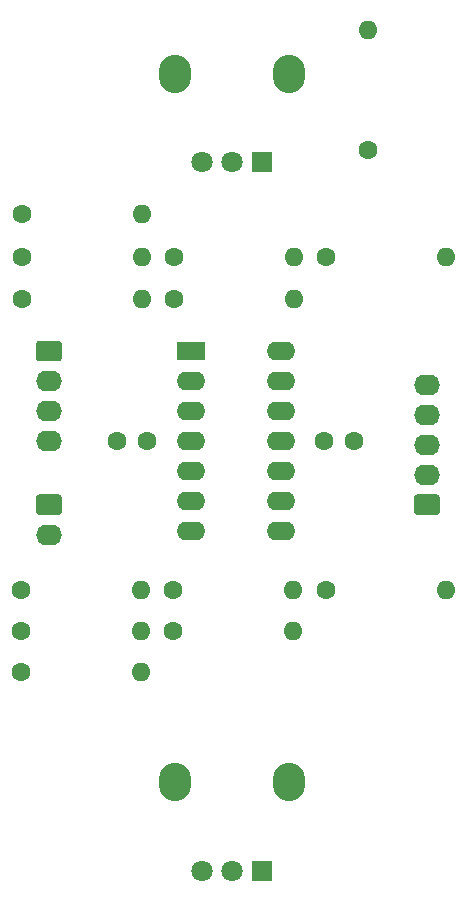
<source format=gbr>
%TF.GenerationSoftware,KiCad,Pcbnew,5.1.10-88a1d61d58~90~ubuntu21.04.1*%
%TF.CreationDate,2021-09-12T11:52:23+02:00*%
%TF.ProjectId,control,636f6e74-726f-46c2-9e6b-696361645f70,v0.0.2*%
%TF.SameCoordinates,Original*%
%TF.FileFunction,Soldermask,Top*%
%TF.FilePolarity,Negative*%
%FSLAX46Y46*%
G04 Gerber Fmt 4.6, Leading zero omitted, Abs format (unit mm)*
G04 Created by KiCad (PCBNEW 5.1.10-88a1d61d58~90~ubuntu21.04.1) date 2021-09-12 11:52:23*
%MOMM*%
%LPD*%
G01*
G04 APERTURE LIST*
%ADD10O,1.600000X1.600000*%
%ADD11C,1.600000*%
%ADD12O,2.400000X1.600000*%
%ADD13R,2.400000X1.600000*%
%ADD14O,2.190000X1.740000*%
%ADD15O,2.720000X3.240000*%
%ADD16C,1.800000*%
%ADD17R,1.800000X1.800000*%
G04 APERTURE END LIST*
D10*
%TO.C,R13*%
X78760000Y-106200000D03*
D11*
X68600000Y-106200000D03*
%TD*%
D10*
%TO.C,R12*%
X78860000Y-81600000D03*
D11*
X68700000Y-81600000D03*
%TD*%
D12*
%TO.C,U1*%
X90620000Y-86000000D03*
X83000000Y-101240000D03*
X90620000Y-88540000D03*
X83000000Y-98700000D03*
X90620000Y-91080000D03*
X83000000Y-96160000D03*
X90620000Y-93620000D03*
X83000000Y-93620000D03*
X90620000Y-96160000D03*
X83000000Y-91080000D03*
X90620000Y-98700000D03*
X83000000Y-88540000D03*
X90620000Y-101240000D03*
D13*
X83000000Y-86000000D03*
%TD*%
D10*
%TO.C,R11*%
X104660000Y-106200000D03*
D11*
X94500000Y-106200000D03*
%TD*%
D10*
%TO.C,R10*%
X91660000Y-109700000D03*
D11*
X81500000Y-109700000D03*
%TD*%
D10*
%TO.C,R9*%
X91660000Y-106200000D03*
D11*
X81500000Y-106200000D03*
%TD*%
D10*
%TO.C,R8*%
X78760000Y-109700000D03*
D11*
X68600000Y-109700000D03*
%TD*%
D10*
%TO.C,R2*%
X78760000Y-113200000D03*
D11*
X68600000Y-113200000D03*
%TD*%
D14*
%TO.C,J3*%
X71000000Y-93620000D03*
X71000000Y-91080000D03*
X71000000Y-88540000D03*
G36*
G01*
X70154999Y-85130000D02*
X71845001Y-85130000D01*
G75*
G02*
X72095000Y-85379999I0J-249999D01*
G01*
X72095000Y-86620001D01*
G75*
G02*
X71845001Y-86870000I-249999J0D01*
G01*
X70154999Y-86870000D01*
G75*
G02*
X69905000Y-86620001I0J249999D01*
G01*
X69905000Y-85379999D01*
G75*
G02*
X70154999Y-85130000I249999J0D01*
G01*
G37*
%TD*%
D10*
%TO.C,R7*%
X91760000Y-81600000D03*
D11*
X81600000Y-81600000D03*
%TD*%
D10*
%TO.C,R6*%
X104660000Y-78000000D03*
D11*
X94500000Y-78000000D03*
%TD*%
D10*
%TO.C,R5*%
X91760000Y-78000000D03*
D11*
X81600000Y-78000000D03*
%TD*%
D10*
%TO.C,R4*%
X78860000Y-78000000D03*
D11*
X68700000Y-78000000D03*
%TD*%
D10*
%TO.C,R3*%
X78860000Y-74400000D03*
D11*
X68700000Y-74400000D03*
%TD*%
D14*
%TO.C,J2*%
X71000000Y-101540000D03*
G36*
G01*
X70154999Y-98130000D02*
X71845001Y-98130000D01*
G75*
G02*
X72095000Y-98379999I0J-249999D01*
G01*
X72095000Y-99620001D01*
G75*
G02*
X71845001Y-99870000I-249999J0D01*
G01*
X70154999Y-99870000D01*
G75*
G02*
X69905000Y-99620001I0J249999D01*
G01*
X69905000Y-98379999D01*
G75*
G02*
X70154999Y-98130000I249999J0D01*
G01*
G37*
%TD*%
D11*
%TO.C,C2*%
X94300000Y-93600000D03*
X96800000Y-93600000D03*
%TD*%
%TO.C,C1*%
X79300000Y-93600000D03*
X76800000Y-93600000D03*
%TD*%
D15*
%TO.C,RV2*%
X91300000Y-122500000D03*
X81700000Y-122500000D03*
D16*
X84000000Y-130000000D03*
X86500000Y-130000000D03*
D17*
X89000000Y-130000000D03*
%TD*%
D15*
%TO.C,RV1*%
X91300000Y-62500000D03*
X81700000Y-62500000D03*
D16*
X84000000Y-70000000D03*
X86500000Y-70000000D03*
D17*
X89000000Y-70000000D03*
%TD*%
D10*
%TO.C,R1*%
X98000000Y-58840000D03*
D11*
X98000000Y-69000000D03*
%TD*%
D14*
%TO.C,J1*%
X103000000Y-88840000D03*
X103000000Y-91380000D03*
X103000000Y-93920000D03*
X103000000Y-96460000D03*
G36*
G01*
X103845001Y-99870000D02*
X102154999Y-99870000D01*
G75*
G02*
X101905000Y-99620001I0J249999D01*
G01*
X101905000Y-98379999D01*
G75*
G02*
X102154999Y-98130000I249999J0D01*
G01*
X103845001Y-98130000D01*
G75*
G02*
X104095000Y-98379999I0J-249999D01*
G01*
X104095000Y-99620001D01*
G75*
G02*
X103845001Y-99870000I-249999J0D01*
G01*
G37*
%TD*%
M02*

</source>
